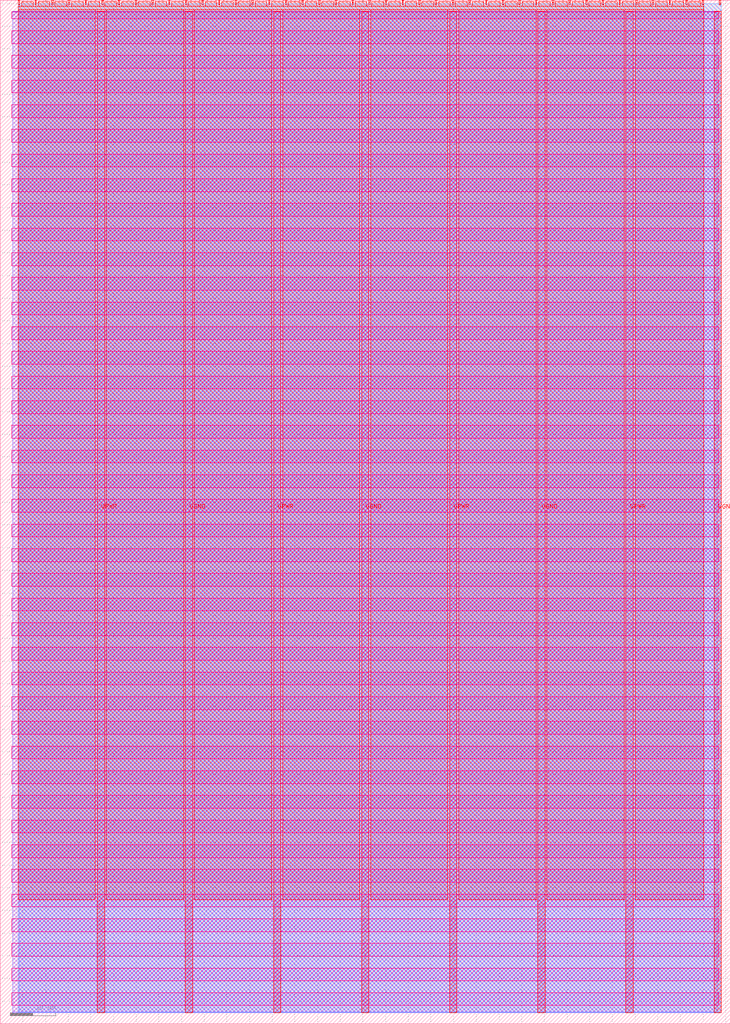
<source format=lef>
VERSION 5.7 ;
  NOWIREEXTENSIONATPIN ON ;
  DIVIDERCHAR "/" ;
  BUSBITCHARS "[]" ;
MACRO tt_um_koconnor_kstep
  CLASS BLOCK ;
  FOREIGN tt_um_koconnor_kstep ;
  ORIGIN 0.000 0.000 ;
  SIZE 161.000 BY 225.760 ;
  PIN VGND
    DIRECTION INOUT ;
    USE GROUND ;
    PORT
      LAYER met4 ;
        RECT 40.830 2.480 42.430 223.280 ;
    END
    PORT
      LAYER met4 ;
        RECT 79.700 2.480 81.300 223.280 ;
    END
    PORT
      LAYER met4 ;
        RECT 118.570 2.480 120.170 223.280 ;
    END
    PORT
      LAYER met4 ;
        RECT 157.440 2.480 159.040 223.280 ;
    END
  END VGND
  PIN VPWR
    DIRECTION INOUT ;
    USE POWER ;
    PORT
      LAYER met4 ;
        RECT 21.395 2.480 22.995 223.280 ;
    END
    PORT
      LAYER met4 ;
        RECT 60.265 2.480 61.865 223.280 ;
    END
    PORT
      LAYER met4 ;
        RECT 99.135 2.480 100.735 223.280 ;
    END
    PORT
      LAYER met4 ;
        RECT 138.005 2.480 139.605 223.280 ;
    END
  END VPWR
  PIN clk
    DIRECTION INPUT ;
    USE SIGNAL ;
    ANTENNAGATEAREA 0.852000 ;
    PORT
      LAYER met4 ;
        RECT 154.870 224.760 155.170 225.760 ;
    END
  END clk
  PIN ena
    DIRECTION INPUT ;
    USE SIGNAL ;
    PORT
      LAYER met4 ;
        RECT 158.550 224.760 158.850 225.760 ;
    END
  END ena
  PIN rst_n
    DIRECTION INPUT ;
    USE SIGNAL ;
    ANTENNAGATEAREA 0.213000 ;
    PORT
      LAYER met4 ;
        RECT 151.190 224.760 151.490 225.760 ;
    END
  END rst_n
  PIN ui_in[0]
    DIRECTION INPUT ;
    USE SIGNAL ;
    PORT
      LAYER met4 ;
        RECT 147.510 224.760 147.810 225.760 ;
    END
  END ui_in[0]
  PIN ui_in[1]
    DIRECTION INPUT ;
    USE SIGNAL ;
    PORT
      LAYER met4 ;
        RECT 143.830 224.760 144.130 225.760 ;
    END
  END ui_in[1]
  PIN ui_in[2]
    DIRECTION INPUT ;
    USE SIGNAL ;
    PORT
      LAYER met4 ;
        RECT 140.150 224.760 140.450 225.760 ;
    END
  END ui_in[2]
  PIN ui_in[3]
    DIRECTION INPUT ;
    USE SIGNAL ;
    PORT
      LAYER met4 ;
        RECT 136.470 224.760 136.770 225.760 ;
    END
  END ui_in[3]
  PIN ui_in[4]
    DIRECTION INPUT ;
    USE SIGNAL ;
    PORT
      LAYER met4 ;
        RECT 132.790 224.760 133.090 225.760 ;
    END
  END ui_in[4]
  PIN ui_in[5]
    DIRECTION INPUT ;
    USE SIGNAL ;
    PORT
      LAYER met4 ;
        RECT 129.110 224.760 129.410 225.760 ;
    END
  END ui_in[5]
  PIN ui_in[6]
    DIRECTION INPUT ;
    USE SIGNAL ;
    PORT
      LAYER met4 ;
        RECT 125.430 224.760 125.730 225.760 ;
    END
  END ui_in[6]
  PIN ui_in[7]
    DIRECTION INPUT ;
    USE SIGNAL ;
    PORT
      LAYER met4 ;
        RECT 121.750 224.760 122.050 225.760 ;
    END
  END ui_in[7]
  PIN uio_in[0]
    DIRECTION INPUT ;
    USE SIGNAL ;
    ANTENNAGATEAREA 0.196500 ;
    PORT
      LAYER met4 ;
        RECT 118.070 224.760 118.370 225.760 ;
    END
  END uio_in[0]
  PIN uio_in[1]
    DIRECTION INPUT ;
    USE SIGNAL ;
    ANTENNAGATEAREA 0.196500 ;
    PORT
      LAYER met4 ;
        RECT 114.390 224.760 114.690 225.760 ;
    END
  END uio_in[1]
  PIN uio_in[2]
    DIRECTION INPUT ;
    USE SIGNAL ;
    PORT
      LAYER met4 ;
        RECT 110.710 224.760 111.010 225.760 ;
    END
  END uio_in[2]
  PIN uio_in[3]
    DIRECTION INPUT ;
    USE SIGNAL ;
    ANTENNAGATEAREA 0.196500 ;
    PORT
      LAYER met4 ;
        RECT 107.030 224.760 107.330 225.760 ;
    END
  END uio_in[3]
  PIN uio_in[4]
    DIRECTION INPUT ;
    USE SIGNAL ;
    PORT
      LAYER met4 ;
        RECT 103.350 224.760 103.650 225.760 ;
    END
  END uio_in[4]
  PIN uio_in[5]
    DIRECTION INPUT ;
    USE SIGNAL ;
    ANTENNAGATEAREA 0.196500 ;
    PORT
      LAYER met4 ;
        RECT 99.670 224.760 99.970 225.760 ;
    END
  END uio_in[5]
  PIN uio_in[6]
    DIRECTION INPUT ;
    USE SIGNAL ;
    PORT
      LAYER met4 ;
        RECT 95.990 224.760 96.290 225.760 ;
    END
  END uio_in[6]
  PIN uio_in[7]
    DIRECTION INPUT ;
    USE SIGNAL ;
    PORT
      LAYER met4 ;
        RECT 92.310 224.760 92.610 225.760 ;
    END
  END uio_in[7]
  PIN uio_oe[0]
    DIRECTION OUTPUT TRISTATE ;
    USE SIGNAL ;
    PORT
      LAYER met4 ;
        RECT 29.750 224.760 30.050 225.760 ;
    END
  END uio_oe[0]
  PIN uio_oe[1]
    DIRECTION OUTPUT TRISTATE ;
    USE SIGNAL ;
    PORT
      LAYER met4 ;
        RECT 26.070 224.760 26.370 225.760 ;
    END
  END uio_oe[1]
  PIN uio_oe[2]
    DIRECTION OUTPUT TRISTATE ;
    USE SIGNAL ;
    PORT
      LAYER met4 ;
        RECT 22.390 224.760 22.690 225.760 ;
    END
  END uio_oe[2]
  PIN uio_oe[3]
    DIRECTION OUTPUT TRISTATE ;
    USE SIGNAL ;
    PORT
      LAYER met4 ;
        RECT 18.710 224.760 19.010 225.760 ;
    END
  END uio_oe[3]
  PIN uio_oe[4]
    DIRECTION OUTPUT TRISTATE ;
    USE SIGNAL ;
    PORT
      LAYER met4 ;
        RECT 15.030 224.760 15.330 225.760 ;
    END
  END uio_oe[4]
  PIN uio_oe[5]
    DIRECTION OUTPUT TRISTATE ;
    USE SIGNAL ;
    PORT
      LAYER met4 ;
        RECT 11.350 224.760 11.650 225.760 ;
    END
  END uio_oe[5]
  PIN uio_oe[6]
    DIRECTION OUTPUT TRISTATE ;
    USE SIGNAL ;
    PORT
      LAYER met4 ;
        RECT 7.670 224.760 7.970 225.760 ;
    END
  END uio_oe[6]
  PIN uio_oe[7]
    DIRECTION OUTPUT TRISTATE ;
    USE SIGNAL ;
    PORT
      LAYER met4 ;
        RECT 3.990 224.760 4.290 225.760 ;
    END
  END uio_oe[7]
  PIN uio_out[0]
    DIRECTION OUTPUT TRISTATE ;
    USE SIGNAL ;
    PORT
      LAYER met4 ;
        RECT 59.190 224.760 59.490 225.760 ;
    END
  END uio_out[0]
  PIN uio_out[1]
    DIRECTION OUTPUT TRISTATE ;
    USE SIGNAL ;
    PORT
      LAYER met4 ;
        RECT 55.510 224.760 55.810 225.760 ;
    END
  END uio_out[1]
  PIN uio_out[2]
    DIRECTION OUTPUT TRISTATE ;
    USE SIGNAL ;
    ANTENNADIFFAREA 0.795200 ;
    PORT
      LAYER met4 ;
        RECT 51.830 224.760 52.130 225.760 ;
    END
  END uio_out[2]
  PIN uio_out[3]
    DIRECTION OUTPUT TRISTATE ;
    USE SIGNAL ;
    PORT
      LAYER met4 ;
        RECT 48.150 224.760 48.450 225.760 ;
    END
  END uio_out[3]
  PIN uio_out[4]
    DIRECTION OUTPUT TRISTATE ;
    USE SIGNAL ;
    ANTENNADIFFAREA 0.795200 ;
    PORT
      LAYER met4 ;
        RECT 44.470 224.760 44.770 225.760 ;
    END
  END uio_out[4]
  PIN uio_out[5]
    DIRECTION OUTPUT TRISTATE ;
    USE SIGNAL ;
    PORT
      LAYER met4 ;
        RECT 40.790 224.760 41.090 225.760 ;
    END
  END uio_out[5]
  PIN uio_out[6]
    DIRECTION OUTPUT TRISTATE ;
    USE SIGNAL ;
    PORT
      LAYER met4 ;
        RECT 37.110 224.760 37.410 225.760 ;
    END
  END uio_out[6]
  PIN uio_out[7]
    DIRECTION OUTPUT TRISTATE ;
    USE SIGNAL ;
    PORT
      LAYER met4 ;
        RECT 33.430 224.760 33.730 225.760 ;
    END
  END uio_out[7]
  PIN uo_out[0]
    DIRECTION OUTPUT TRISTATE ;
    USE SIGNAL ;
    ANTENNADIFFAREA 1.721000 ;
    PORT
      LAYER met4 ;
        RECT 88.630 224.760 88.930 225.760 ;
    END
  END uo_out[0]
  PIN uo_out[1]
    DIRECTION OUTPUT TRISTATE ;
    USE SIGNAL ;
    ANTENNADIFFAREA 1.721000 ;
    PORT
      LAYER met4 ;
        RECT 84.950 224.760 85.250 225.760 ;
    END
  END uo_out[1]
  PIN uo_out[2]
    DIRECTION OUTPUT TRISTATE ;
    USE SIGNAL ;
    ANTENNADIFFAREA 0.795200 ;
    PORT
      LAYER met4 ;
        RECT 81.270 224.760 81.570 225.760 ;
    END
  END uo_out[2]
  PIN uo_out[3]
    DIRECTION OUTPUT TRISTATE ;
    USE SIGNAL ;
    ANTENNADIFFAREA 0.795200 ;
    PORT
      LAYER met4 ;
        RECT 77.590 224.760 77.890 225.760 ;
    END
  END uo_out[3]
  PIN uo_out[4]
    DIRECTION OUTPUT TRISTATE ;
    USE SIGNAL ;
    ANTENNADIFFAREA 0.795200 ;
    PORT
      LAYER met4 ;
        RECT 73.910 224.760 74.210 225.760 ;
    END
  END uo_out[4]
  PIN uo_out[5]
    DIRECTION OUTPUT TRISTATE ;
    USE SIGNAL ;
    ANTENNADIFFAREA 0.795200 ;
    PORT
      LAYER met4 ;
        RECT 70.230 224.760 70.530 225.760 ;
    END
  END uo_out[5]
  PIN uo_out[6]
    DIRECTION OUTPUT TRISTATE ;
    USE SIGNAL ;
    ANTENNADIFFAREA 0.795200 ;
    PORT
      LAYER met4 ;
        RECT 66.550 224.760 66.850 225.760 ;
    END
  END uo_out[6]
  PIN uo_out[7]
    DIRECTION OUTPUT TRISTATE ;
    USE SIGNAL ;
    ANTENNADIFFAREA 0.795200 ;
    PORT
      LAYER met4 ;
        RECT 62.870 224.760 63.170 225.760 ;
    END
  END uo_out[7]
  OBS
      LAYER nwell ;
        RECT 2.570 221.625 158.430 223.230 ;
        RECT 2.570 216.185 158.430 219.015 ;
        RECT 2.570 210.745 158.430 213.575 ;
        RECT 2.570 205.305 158.430 208.135 ;
        RECT 2.570 199.865 158.430 202.695 ;
        RECT 2.570 194.425 158.430 197.255 ;
        RECT 2.570 188.985 158.430 191.815 ;
        RECT 2.570 183.545 158.430 186.375 ;
        RECT 2.570 178.105 158.430 180.935 ;
        RECT 2.570 172.665 158.430 175.495 ;
        RECT 2.570 167.225 158.430 170.055 ;
        RECT 2.570 161.785 158.430 164.615 ;
        RECT 2.570 156.345 158.430 159.175 ;
        RECT 2.570 150.905 158.430 153.735 ;
        RECT 2.570 145.465 158.430 148.295 ;
        RECT 2.570 140.025 158.430 142.855 ;
        RECT 2.570 134.585 158.430 137.415 ;
        RECT 2.570 129.145 158.430 131.975 ;
        RECT 2.570 123.705 158.430 126.535 ;
        RECT 2.570 118.265 158.430 121.095 ;
        RECT 2.570 112.825 158.430 115.655 ;
        RECT 2.570 107.385 158.430 110.215 ;
        RECT 2.570 101.945 158.430 104.775 ;
        RECT 2.570 96.505 158.430 99.335 ;
        RECT 2.570 91.065 158.430 93.895 ;
        RECT 2.570 85.625 158.430 88.455 ;
        RECT 2.570 80.185 158.430 83.015 ;
        RECT 2.570 74.745 158.430 77.575 ;
        RECT 2.570 69.305 158.430 72.135 ;
        RECT 2.570 63.865 158.430 66.695 ;
        RECT 2.570 58.425 158.430 61.255 ;
        RECT 2.570 52.985 158.430 55.815 ;
        RECT 2.570 47.545 158.430 50.375 ;
        RECT 2.570 42.105 158.430 44.935 ;
        RECT 2.570 36.665 158.430 39.495 ;
        RECT 2.570 31.225 158.430 34.055 ;
        RECT 2.570 25.785 158.430 28.615 ;
        RECT 2.570 20.345 158.430 23.175 ;
        RECT 2.570 14.905 158.430 17.735 ;
        RECT 2.570 9.465 158.430 12.295 ;
        RECT 2.570 4.025 158.430 6.855 ;
      LAYER li1 ;
        RECT 2.760 2.635 158.240 223.125 ;
      LAYER met1 ;
        RECT 2.760 2.480 159.040 223.280 ;
      LAYER met2 ;
        RECT 4.230 2.535 159.010 224.925 ;
      LAYER met3 ;
        RECT 3.950 2.555 159.030 224.905 ;
      LAYER met4 ;
        RECT 4.690 224.360 7.270 225.410 ;
        RECT 8.370 224.360 10.950 225.410 ;
        RECT 12.050 224.360 14.630 225.410 ;
        RECT 15.730 224.360 18.310 225.410 ;
        RECT 19.410 224.360 21.990 225.410 ;
        RECT 23.090 224.360 25.670 225.410 ;
        RECT 26.770 224.360 29.350 225.410 ;
        RECT 30.450 224.360 33.030 225.410 ;
        RECT 34.130 224.360 36.710 225.410 ;
        RECT 37.810 224.360 40.390 225.410 ;
        RECT 41.490 224.360 44.070 225.410 ;
        RECT 45.170 224.360 47.750 225.410 ;
        RECT 48.850 224.360 51.430 225.410 ;
        RECT 52.530 224.360 55.110 225.410 ;
        RECT 56.210 224.360 58.790 225.410 ;
        RECT 59.890 224.360 62.470 225.410 ;
        RECT 63.570 224.360 66.150 225.410 ;
        RECT 67.250 224.360 69.830 225.410 ;
        RECT 70.930 224.360 73.510 225.410 ;
        RECT 74.610 224.360 77.190 225.410 ;
        RECT 78.290 224.360 80.870 225.410 ;
        RECT 81.970 224.360 84.550 225.410 ;
        RECT 85.650 224.360 88.230 225.410 ;
        RECT 89.330 224.360 91.910 225.410 ;
        RECT 93.010 224.360 95.590 225.410 ;
        RECT 96.690 224.360 99.270 225.410 ;
        RECT 100.370 224.360 102.950 225.410 ;
        RECT 104.050 224.360 106.630 225.410 ;
        RECT 107.730 224.360 110.310 225.410 ;
        RECT 111.410 224.360 113.990 225.410 ;
        RECT 115.090 224.360 117.670 225.410 ;
        RECT 118.770 224.360 121.350 225.410 ;
        RECT 122.450 224.360 125.030 225.410 ;
        RECT 126.130 224.360 128.710 225.410 ;
        RECT 129.810 224.360 132.390 225.410 ;
        RECT 133.490 224.360 136.070 225.410 ;
        RECT 137.170 224.360 139.750 225.410 ;
        RECT 140.850 224.360 143.430 225.410 ;
        RECT 144.530 224.360 147.110 225.410 ;
        RECT 148.210 224.360 150.790 225.410 ;
        RECT 151.890 224.360 154.470 225.410 ;
        RECT 3.975 223.680 155.185 224.360 ;
        RECT 3.975 27.375 20.995 223.680 ;
        RECT 23.395 27.375 40.430 223.680 ;
        RECT 42.830 27.375 59.865 223.680 ;
        RECT 62.265 27.375 79.300 223.680 ;
        RECT 81.700 27.375 98.735 223.680 ;
        RECT 101.135 27.375 118.170 223.680 ;
        RECT 120.570 27.375 137.605 223.680 ;
        RECT 140.005 27.375 155.185 223.680 ;
  END
END tt_um_koconnor_kstep
END LIBRARY


</source>
